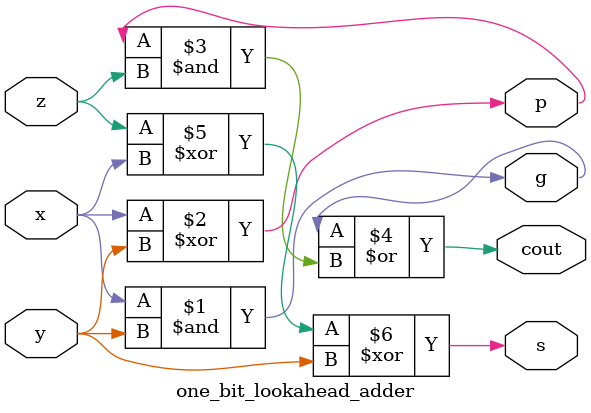
<source format=sv>
module carry_lookahead_adder
(
    input   logic[15:0]     A,
    input   logic[15:0]     B,
    output  logic[15:0]     Sum,
    output  logic           CO
);

    /* TODO
     *
     * Insert code here to implement a CLA adder.
     * Your code should be completly combinational (don't use always_ff or always_latch).
     * Feel free to create sub-modules or other files. */
     
	  logic c4, c8, c12;
	  logic pg0, pg1, pg2, pg3;
	  logic gg0, gg1, gg2, gg3;
	  
	  // c4  = gg0 | (0 & pg0);
	  // c8  = gg1 | (gg0 & pg1) | (0 & pg0 & pg1);
	  // c12 = gg2 | (gg1 & pg2) | (gg0 & pg2 & pg1) | (0 & pg2 & pg1 & pg0);
	  // CO  = gg3 | (gg2 & pg3) | (gg1 & pg3 & pg2) | (gg0 & pg3 & pg2 & pg0) | (0 & pg3 & pg2 & pg1 & pg0);
	 
	 //first input for cin should be 0
	 //separate into four group, four bits one group
	 //the carryout of the previous group should be the carry in for next group
	 //the final carry out should be CO 
	  
	  four_bit_lookahead_adder F0(.x(A[3 : 0]), .y(B[3 : 0]), .cin(1'b0), .s(Sum[3 : 0]), .p(pg0), .g(gg0), .cout( c4));
	  four_bit_lookahead_adder F1(.x(A[7 : 4]), .y(B[7 : 4]), .cin( c4), .s(Sum[7 : 4]), .p(pg1), .g(gg1), .cout( c8));
	  four_bit_lookahead_adder F2(.x(A[11: 8]), .y(B[11: 8]), .cin( c8), .s(Sum[11: 8]), .p(pg2), .g(gg2), .cout(c12));
	  four_bit_lookahead_adder F3(.x(A[15:12]), .y(B[15:12]), .cin(c12), .s(Sum[15:12]), .p(pg3), .g(gg3), .cout( CO));
	  
	  
	  
endmodule 

//detail for sub-level four bit lookahead adder
module four_bit_lookahead_adder(
	input  logic [3:0] x, //four bit for input
	input  logic [3:0] y,
	input  logic 	  cin,
	output logic [3:0] s, //four bit for sum
	output logic 		 p,
	output logic 		 g,
	output logic    cout //one carry out
);

	logic c0, c1, c2, c3;
	logic g0, g1, g2, g3;
	logic p0, p1, p2, p3;
	
	assign p  = (p0 & p1 & p2 & p3);  
	assign g  = (g3 | (g2 & p3) | (g1 & p2 & p3) | (g0 & p3 & p2 & p1)); //according to lab manual instruction
	// c0 = cin;
	// c1 = (cin & p0) |g0; 
	// c2 = (cin & p0 & p1) | (g0 & p1) | g1;
	// c3= (cin & p0 & p1 & p2) | (g0 & p1 & p2) | (g1 & p2) | g2;
	
	// cout = (cin & p0 & p1 & p2 & p3) | (g0 & p1 & p2 & p3) | (g1 & p2 & p3) |(g2 & p3)| g3;
	
	//separate each bit into next sub-level
	//the carry out of previous should be the carry in of the next
	
	one_bit_lookahead_adder A0(.x(x[0]), .y(y[0]), .z(cin), .p(p0), .g(g0), .s(s[0]), .cout(c0));
	one_bit_lookahead_adder A1(.x(x[1]), .y(y[1]), .z(c0),  .p(p1), .g(g1), .s(s[1]), .cout(c1));
	one_bit_lookahead_adder A2(.x(x[2]), .y(y[2]), .z(c1),  .p(p2), .g(g2), .s(s[2]), .cout(c2));
	one_bit_lookahead_adder A3(.x(x[3]), .y(y[3]), .z(c2),  .p(p3), .g(g3), .s(s[3]), .cout(cout));
	
	
	
endmodule
	
//detail for sub-level one bit adder

module one_bit_lookahead_adder(
	input x,
	input y,
	input z, //cin
	output logic p,
	output logic g,
	output logic s,
	output logic cout
);

	assign g = x&y;
	assign p = x^y;
	assign cout = g|(p&z);
	assign s = z^x^y; //according to instruction of lab manual

	
endmodule


</source>
